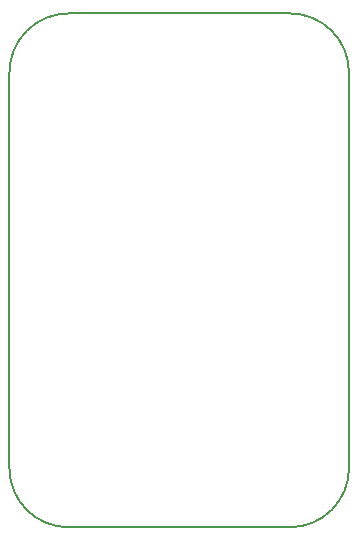
<source format=gm1>
G04 #@! TF.FileFunction,Profile,NP*
%FSLAX46Y46*%
G04 Gerber Fmt 4.6, Leading zero omitted, Abs format (unit mm)*
G04 Created by KiCad (PCBNEW 4.0.2-stable) date 26.07.2016 22:42:36*
%MOMM*%
G01*
G04 APERTURE LIST*
%ADD10C,0.300000*%
%ADD11C,0.150000*%
G04 APERTURE END LIST*
D10*
D11*
X134500000Y-156500000D02*
X134500000Y-123000000D01*
X110750000Y-161500000D02*
X129500000Y-161500000D01*
X105750000Y-123000000D02*
X105750000Y-156500000D01*
X129500000Y-118000000D02*
X110750000Y-118000000D01*
X105750000Y-156500000D02*
G75*
G03X110750000Y-161500000I5000000J0D01*
G01*
X129500000Y-161500000D02*
G75*
G03X134500000Y-156500000I0J5000000D01*
G01*
X134500000Y-123000000D02*
G75*
G03X129500000Y-118000000I-5000000J0D01*
G01*
X110750000Y-118000000D02*
G75*
G03X105750000Y-123000000I0J-5000000D01*
G01*
M02*

</source>
